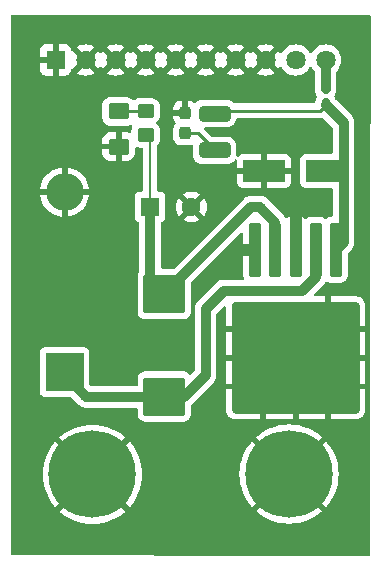
<source format=gbr>
%TF.GenerationSoftware,KiCad,Pcbnew,8.0.7*%
%TF.CreationDate,2025-03-15T22:57:34-07:00*%
%TF.ProjectId,Buck5,4275636b-352e-46b6-9963-61645f706362,rev?*%
%TF.SameCoordinates,Original*%
%TF.FileFunction,Copper,L1,Top*%
%TF.FilePolarity,Positive*%
%FSLAX46Y46*%
G04 Gerber Fmt 4.6, Leading zero omitted, Abs format (unit mm)*
G04 Created by KiCad (PCBNEW 8.0.7) date 2025-03-15 22:57:34*
%MOMM*%
%LPD*%
G01*
G04 APERTURE LIST*
G04 Aperture macros list*
%AMRoundRect*
0 Rectangle with rounded corners*
0 $1 Rounding radius*
0 $2 $3 $4 $5 $6 $7 $8 $9 X,Y pos of 4 corners*
0 Add a 4 corners polygon primitive as box body*
4,1,4,$2,$3,$4,$5,$6,$7,$8,$9,$2,$3,0*
0 Add four circle primitives for the rounded corners*
1,1,$1+$1,$2,$3*
1,1,$1+$1,$4,$5*
1,1,$1+$1,$6,$7*
1,1,$1+$1,$8,$9*
0 Add four rect primitives between the rounded corners*
20,1,$1+$1,$2,$3,$4,$5,0*
20,1,$1+$1,$4,$5,$6,$7,0*
20,1,$1+$1,$6,$7,$8,$9,0*
20,1,$1+$1,$8,$9,$2,$3,0*%
G04 Aperture macros list end*
%TA.AperFunction,ComponentPad*%
%ADD10R,1.600000X1.600000*%
%TD*%
%TA.AperFunction,ComponentPad*%
%ADD11C,1.600000*%
%TD*%
%TA.AperFunction,SMDPad,CuDef*%
%ADD12RoundRect,0.250000X-1.075000X0.400000X-1.075000X-0.400000X1.075000X-0.400000X1.075000X0.400000X0*%
%TD*%
%TA.AperFunction,SMDPad,CuDef*%
%ADD13RoundRect,0.237500X-0.237500X0.287500X-0.237500X-0.287500X0.237500X-0.287500X0.237500X0.287500X0*%
%TD*%
%TA.AperFunction,ComponentPad*%
%ADD14C,7.400000*%
%TD*%
%TA.AperFunction,SMDPad,CuDef*%
%ADD15RoundRect,0.200000X-1.550000X1.450000X-1.550000X-1.450000X1.550000X-1.450000X1.550000X1.450000X0*%
%TD*%
%TA.AperFunction,SMDPad,CuDef*%
%ADD16RoundRect,0.250001X0.624999X-0.462499X0.624999X0.462499X-0.624999X0.462499X-0.624999X-0.462499X0*%
%TD*%
%TA.AperFunction,SMDPad,CuDef*%
%ADD17RoundRect,0.250000X-0.300000X2.050000X-0.300000X-2.050000X0.300000X-2.050000X0.300000X2.050000X0*%
%TD*%
%TA.AperFunction,SMDPad,CuDef*%
%ADD18RoundRect,0.250000X-2.375000X2.025000X-2.375000X-2.025000X2.375000X-2.025000X2.375000X2.025000X0*%
%TD*%
%TA.AperFunction,SMDPad,CuDef*%
%ADD19RoundRect,0.250002X-5.149998X4.449998X-5.149998X-4.449998X5.149998X-4.449998X5.149998X4.449998X0*%
%TD*%
%TA.AperFunction,ComponentPad*%
%ADD20R,3.200000X3.200000*%
%TD*%
%TA.AperFunction,ComponentPad*%
%ADD21O,3.200000X3.200000*%
%TD*%
%TA.AperFunction,ComponentPad*%
%ADD22R,1.635000X1.635000*%
%TD*%
%TA.AperFunction,ComponentPad*%
%ADD23C,1.635000*%
%TD*%
%TA.AperFunction,SMDPad,CuDef*%
%ADD24RoundRect,0.160000X-0.160000X0.222500X-0.160000X-0.222500X0.160000X-0.222500X0.160000X0.222500X0*%
%TD*%
%TA.AperFunction,SMDPad,CuDef*%
%ADD25R,3.550000X1.850000*%
%TD*%
%TA.AperFunction,SMDPad,CuDef*%
%ADD26RoundRect,0.250000X0.450000X-0.350000X0.450000X0.350000X-0.450000X0.350000X-0.450000X-0.350000X0*%
%TD*%
%TA.AperFunction,Conductor*%
%ADD27C,0.850000*%
%TD*%
%TA.AperFunction,Conductor*%
%ADD28C,0.200000*%
%TD*%
%TA.AperFunction,Conductor*%
%ADD29C,0.250000*%
%TD*%
%TA.AperFunction,Conductor*%
%ADD30C,1.000000*%
%TD*%
G04 APERTURE END LIST*
D10*
%TO.P,C2,1*%
%TO.N,/+5V*%
X108329349Y-86106000D03*
D11*
%TO.P,C2,2*%
%TO.N,GND*%
X111829349Y-86106000D03*
%TD*%
D12*
%TO.P,R1,1*%
%TO.N,Net-(U1-VIN)*%
X113792000Y-78206000D03*
%TO.P,R1,2*%
%TO.N,Net-(D3-Pad2)*%
X113792000Y-81306000D03*
%TD*%
D13*
%TO.P,D3,1*%
%TO.N,GND*%
X111252000Y-78119000D03*
%TO.P,D3,2*%
%TO.N,Net-(D3-Pad2)*%
X111252000Y-79869000D03*
%TD*%
D14*
%TO.P,H1,1,1*%
%TO.N,GND*%
X103450000Y-108749900D03*
%TD*%
D15*
%TO.P,L1,1,1*%
%TO.N,Net-(D2-K)*%
X109542500Y-102174500D03*
%TO.P,L1,2,2*%
%TO.N,/+5V*%
X109542500Y-93474500D03*
%TD*%
D16*
%TO.P,D1,1*%
%TO.N,GND*%
X105664000Y-80989500D03*
%TO.P,D1,2*%
%TO.N,Net-(D1-Pad2)*%
X105664000Y-78014500D03*
%TD*%
D17*
%TO.P,U1,1,VIN*%
%TO.N,Net-(U1-VIN)*%
X124050000Y-89729000D03*
%TO.P,U1,2,OUT*%
%TO.N,Net-(D2-K)*%
X122350000Y-89729000D03*
%TO.P,U1,3,GND*%
%TO.N,GND*%
X120650000Y-89729000D03*
D18*
X123425000Y-96454000D03*
X117875000Y-96454000D03*
D19*
X120650000Y-98879000D03*
D18*
X123425000Y-101304000D03*
X117875000Y-101304000D03*
D17*
%TO.P,U1,4,FB*%
%TO.N,/+5V*%
X118950000Y-89729000D03*
%TO.P,U1,5,~{ON}/OFF*%
%TO.N,GND*%
X117250000Y-89729000D03*
%TD*%
D20*
%TO.P,D2,1,K*%
%TO.N,Net-(D2-K)*%
X101092000Y-100076000D03*
D21*
%TO.P,D2,2,A*%
%TO.N,GND*%
X101092000Y-84836000D03*
%TD*%
D14*
%TO.P,H2,1,1*%
%TO.N,GND*%
X120100000Y-108720000D03*
%TD*%
D22*
%TO.P,J1,1,Pin_1*%
%TO.N,GND*%
X100330000Y-73660000D03*
D23*
%TO.P,J1,2,Pin_2*%
X102870000Y-73660000D03*
%TO.P,J1,3,Pin_3*%
X105410000Y-73660000D03*
%TO.P,J1,4,Pin_4*%
X107950000Y-73660000D03*
%TO.P,J1,5,Pin_5*%
X110490000Y-73660000D03*
%TO.P,J1,6,Pin_6*%
X113030000Y-73660000D03*
%TO.P,J1,7,Pin_7*%
X115570000Y-73660000D03*
%TO.P,J1,8,Pin_8*%
X118110000Y-73660000D03*
%TO.P,J1,9,Pin_9*%
%TO.N,/+5V*%
X120650000Y-73660000D03*
%TO.P,J1,10,Pin_10*%
%TO.N,/+24V*%
X123190000Y-73660000D03*
%TD*%
D24*
%TO.P,F1,1*%
%TO.N,/+24V*%
X123190000Y-76135500D03*
%TO.P,F1,2*%
%TO.N,Net-(U1-VIN)*%
X123190000Y-77280500D03*
%TD*%
D25*
%TO.P,C1,1*%
%TO.N,Net-(U1-VIN)*%
X123300000Y-83058000D03*
%TO.P,C1,2*%
%TO.N,GND*%
X118000000Y-83058000D03*
%TD*%
D26*
%TO.P,R2,1*%
%TO.N,/+5V*%
X107950000Y-79978000D03*
%TO.P,R2,2*%
%TO.N,Net-(D1-Pad2)*%
X107950000Y-77978000D03*
%TD*%
D27*
%TO.N,/+24V*%
X123190000Y-73660000D02*
X123190000Y-76135500D01*
D28*
%TO.N,/+5V*%
X108329349Y-80357349D02*
X107950000Y-79978000D01*
D27*
X108329349Y-92327349D02*
X108329349Y-86106000D01*
X117627000Y-86106000D02*
X116911000Y-86106000D01*
D28*
X108329349Y-86106000D02*
X108329349Y-80357349D01*
D27*
X109476500Y-93474500D02*
X108329349Y-92327349D01*
X118950000Y-87429000D02*
X117627000Y-86106000D01*
D29*
X118950000Y-89729000D02*
X118950000Y-87429000D01*
D27*
X116911000Y-86106000D02*
X109542500Y-93474500D01*
D29*
X109542500Y-93474500D02*
X109476500Y-93474500D01*
%TO.N,Net-(D3-Pad2)*%
X113792000Y-81306000D02*
X112355000Y-79869000D01*
X112355000Y-79869000D02*
X111252000Y-79869000D01*
D27*
%TO.N,Net-(D2-K)*%
X113030000Y-94742000D02*
X114554000Y-93218000D01*
X121161000Y-93218000D02*
X122350000Y-92029000D01*
X111185500Y-102174500D02*
X113030000Y-100330000D01*
X102936500Y-102174500D02*
X101092000Y-100330000D01*
D29*
X109476000Y-102108000D02*
X109542500Y-102174500D01*
D27*
X122350000Y-92029000D02*
X122350000Y-89729000D01*
X114554000Y-93218000D02*
X121161000Y-93218000D01*
X109542500Y-102174500D02*
X111185500Y-102174500D01*
X113030000Y-100330000D02*
X113030000Y-94742000D01*
X111185500Y-102174500D02*
X102936500Y-102174500D01*
X101092000Y-100330000D02*
X101092000Y-100076000D01*
D29*
%TO.N,Net-(D1-Pad2)*%
X105664000Y-78014500D02*
X107913500Y-78014500D01*
D30*
%TO.N,GND*%
X120650000Y-89729000D02*
X120650000Y-86360000D01*
X117250000Y-89729000D02*
X115757000Y-89729000D01*
X115757000Y-89729000D02*
X115316000Y-90170000D01*
D29*
%TO.N,Net-(U1-VIN)*%
X123190000Y-77280500D02*
X123190000Y-77470000D01*
X123190000Y-77470000D02*
X122708000Y-77952000D01*
D27*
X124714000Y-89065000D02*
X124050000Y-89729000D01*
X124714000Y-78994000D02*
X124714000Y-82296000D01*
X123190000Y-77470000D02*
X124714000Y-78994000D01*
X124714000Y-82296000D02*
X124714000Y-89065000D01*
D29*
X122708000Y-77952000D02*
X113792000Y-77952000D01*
%TD*%
%TA.AperFunction,Conductor*%
%TO.N,GND*%
G36*
X126942985Y-69869685D02*
G01*
X126988740Y-69922489D01*
X126999945Y-69974053D01*
X126991923Y-88350905D01*
X126980058Y-115526054D01*
X126960344Y-115593085D01*
X126907520Y-115638817D01*
X126856058Y-115650000D01*
X120884000Y-115650000D01*
X96643797Y-115610235D01*
X96576790Y-115590440D01*
X96531121Y-115537561D01*
X96520000Y-115486235D01*
X96520000Y-108749900D01*
X99244935Y-108749900D01*
X99265185Y-109162076D01*
X99325735Y-109570273D01*
X99426007Y-109970576D01*
X99565019Y-110359089D01*
X99565027Y-110359109D01*
X99741466Y-110732157D01*
X99953614Y-111086106D01*
X100199441Y-111417564D01*
X100308478Y-111537867D01*
X101977060Y-109869284D01*
X102056112Y-109972307D01*
X102227593Y-110143788D01*
X102330613Y-110222838D01*
X100662031Y-111891420D01*
X100782335Y-112000458D01*
X101113793Y-112246285D01*
X101467742Y-112458433D01*
X101840790Y-112634872D01*
X101840810Y-112634880D01*
X102229323Y-112773892D01*
X102629626Y-112874164D01*
X103037823Y-112934714D01*
X103450000Y-112954964D01*
X103862176Y-112934714D01*
X104270373Y-112874164D01*
X104670676Y-112773892D01*
X105059189Y-112634880D01*
X105059209Y-112634872D01*
X105432257Y-112458433D01*
X105786206Y-112246285D01*
X106117670Y-112000454D01*
X106237967Y-111891421D01*
X106237967Y-111891419D01*
X104569385Y-110222838D01*
X104672407Y-110143788D01*
X104843888Y-109972307D01*
X104922938Y-109869286D01*
X106591519Y-111537867D01*
X106591521Y-111537867D01*
X106700554Y-111417570D01*
X106946385Y-111086106D01*
X107158533Y-110732157D01*
X107334972Y-110359109D01*
X107334980Y-110359089D01*
X107473992Y-109970576D01*
X107574264Y-109570273D01*
X107634814Y-109162076D01*
X107655064Y-108749900D01*
X107653595Y-108720000D01*
X115894935Y-108720000D01*
X115915185Y-109132176D01*
X115975735Y-109540373D01*
X116076007Y-109940676D01*
X116215019Y-110329189D01*
X116215027Y-110329209D01*
X116391466Y-110702257D01*
X116603614Y-111056206D01*
X116849441Y-111387664D01*
X116958478Y-111507967D01*
X118627060Y-109839384D01*
X118706112Y-109942407D01*
X118877593Y-110113888D01*
X118980613Y-110192938D01*
X117312031Y-111861520D01*
X117432335Y-111970558D01*
X117763793Y-112216385D01*
X118117742Y-112428533D01*
X118490790Y-112604972D01*
X118490810Y-112604980D01*
X118879323Y-112743992D01*
X119279626Y-112844264D01*
X119687823Y-112904814D01*
X120100000Y-112925064D01*
X120512176Y-112904814D01*
X120920373Y-112844264D01*
X121320676Y-112743992D01*
X121709189Y-112604980D01*
X121709209Y-112604972D01*
X122082257Y-112428533D01*
X122436206Y-112216385D01*
X122767670Y-111970554D01*
X122887967Y-111861521D01*
X122887967Y-111861519D01*
X121219385Y-110192938D01*
X121322407Y-110113888D01*
X121493888Y-109942407D01*
X121572938Y-109839386D01*
X123241519Y-111507967D01*
X123241521Y-111507967D01*
X123350554Y-111387670D01*
X123596385Y-111056206D01*
X123808533Y-110702257D01*
X123984972Y-110329209D01*
X123984980Y-110329189D01*
X124123992Y-109940676D01*
X124224264Y-109540373D01*
X124284814Y-109132176D01*
X124305064Y-108720000D01*
X124284814Y-108307823D01*
X124224264Y-107899626D01*
X124123992Y-107499323D01*
X123984980Y-107110810D01*
X123984972Y-107110790D01*
X123808533Y-106737742D01*
X123596385Y-106383793D01*
X123350558Y-106052335D01*
X123241520Y-105932031D01*
X121572938Y-107600613D01*
X121493888Y-107497593D01*
X121322407Y-107326112D01*
X121219384Y-107247060D01*
X122887967Y-105578478D01*
X122767664Y-105469441D01*
X122436206Y-105223614D01*
X122082257Y-105011466D01*
X121709209Y-104835027D01*
X121709189Y-104835019D01*
X121320676Y-104696007D01*
X120920373Y-104595735D01*
X120512176Y-104535185D01*
X120100000Y-104514935D01*
X119687823Y-104535185D01*
X119279626Y-104595735D01*
X118879323Y-104696007D01*
X118490810Y-104835019D01*
X118490790Y-104835027D01*
X118117742Y-105011466D01*
X117763793Y-105223614D01*
X117432329Y-105469445D01*
X117312031Y-105578477D01*
X117312031Y-105578478D01*
X118980614Y-107247061D01*
X118877593Y-107326112D01*
X118706112Y-107497593D01*
X118627061Y-107600614D01*
X116958478Y-105932031D01*
X116958477Y-105932031D01*
X116849445Y-106052329D01*
X116603614Y-106383793D01*
X116391466Y-106737742D01*
X116215027Y-107110790D01*
X116215019Y-107110810D01*
X116076007Y-107499323D01*
X115975735Y-107899626D01*
X115915185Y-108307823D01*
X115894935Y-108720000D01*
X107653595Y-108720000D01*
X107634814Y-108337723D01*
X107574264Y-107929526D01*
X107473992Y-107529223D01*
X107334980Y-107140710D01*
X107334972Y-107140690D01*
X107158533Y-106767642D01*
X106946385Y-106413693D01*
X106700558Y-106082235D01*
X106591520Y-105961931D01*
X104922938Y-107630513D01*
X104843888Y-107527493D01*
X104672407Y-107356012D01*
X104569384Y-107276960D01*
X106237967Y-105608378D01*
X106117664Y-105499341D01*
X105786206Y-105253514D01*
X105432257Y-105041366D01*
X105059209Y-104864927D01*
X105059189Y-104864919D01*
X104670676Y-104725907D01*
X104270373Y-104625635D01*
X103862176Y-104565085D01*
X103450000Y-104544835D01*
X103037823Y-104565085D01*
X102629626Y-104625635D01*
X102229323Y-104725907D01*
X101840810Y-104864919D01*
X101840790Y-104864927D01*
X101467742Y-105041366D01*
X101113793Y-105253514D01*
X100782329Y-105499345D01*
X100662031Y-105608377D01*
X100662031Y-105608378D01*
X102330614Y-107276961D01*
X102227593Y-107356012D01*
X102056112Y-107527493D01*
X101977061Y-107630514D01*
X100308478Y-105961931D01*
X100308477Y-105961931D01*
X100199445Y-106082229D01*
X99953614Y-106413693D01*
X99741466Y-106767642D01*
X99565027Y-107140690D01*
X99565019Y-107140710D01*
X99426007Y-107529223D01*
X99325735Y-107929526D01*
X99265185Y-108337723D01*
X99244935Y-108749900D01*
X96520000Y-108749900D01*
X96520000Y-98428135D01*
X98991500Y-98428135D01*
X98991500Y-101723870D01*
X98991501Y-101723876D01*
X98997908Y-101783483D01*
X99048202Y-101918328D01*
X99048206Y-101918335D01*
X99134452Y-102033544D01*
X99134455Y-102033547D01*
X99249664Y-102119793D01*
X99249671Y-102119797D01*
X99384517Y-102170091D01*
X99384516Y-102170091D01*
X99391444Y-102170835D01*
X99444127Y-102176500D01*
X101578282Y-102176499D01*
X101645321Y-102196184D01*
X101665963Y-102212818D01*
X102217617Y-102764472D01*
X102292681Y-102839536D01*
X102346529Y-102893384D01*
X102346532Y-102893386D01*
X102498108Y-102994666D01*
X102498112Y-102994668D01*
X102547442Y-103015101D01*
X102547443Y-103015101D01*
X102666542Y-103064434D01*
X102845341Y-103099999D01*
X102845345Y-103100000D01*
X102845346Y-103100000D01*
X107168000Y-103100000D01*
X107235039Y-103119685D01*
X107280794Y-103172489D01*
X107292000Y-103224000D01*
X107292000Y-103681113D01*
X107298413Y-103751692D01*
X107349022Y-103914106D01*
X107437030Y-104059688D01*
X107557311Y-104179969D01*
X107557313Y-104179970D01*
X107557315Y-104179972D01*
X107702894Y-104267978D01*
X107865304Y-104318586D01*
X107935884Y-104325000D01*
X107935887Y-104325000D01*
X111149113Y-104325000D01*
X111149116Y-104325000D01*
X111219696Y-104318586D01*
X111382106Y-104267978D01*
X111527685Y-104179972D01*
X111647972Y-104059685D01*
X111735978Y-103914106D01*
X111786586Y-103751696D01*
X111793000Y-103681116D01*
X111793000Y-103378986D01*
X114750001Y-103378986D01*
X114760494Y-103481697D01*
X114815641Y-103648119D01*
X114815643Y-103648124D01*
X114907684Y-103797345D01*
X115031654Y-103921315D01*
X115180875Y-104013356D01*
X115180880Y-104013358D01*
X115347302Y-104068505D01*
X115347310Y-104068506D01*
X115431954Y-104077154D01*
X115439263Y-104078999D01*
X115443695Y-104078999D01*
X115456310Y-104079642D01*
X115463462Y-104080373D01*
X115471420Y-104078999D01*
X117624999Y-104078999D01*
X118125000Y-104078999D01*
X120400000Y-104078999D01*
X120900000Y-104078999D01*
X123174999Y-104078999D01*
X123675000Y-104078999D01*
X125849972Y-104078999D01*
X125849986Y-104078998D01*
X125952697Y-104068505D01*
X126119119Y-104013358D01*
X126119124Y-104013356D01*
X126268345Y-103921315D01*
X126392315Y-103797345D01*
X126484356Y-103648124D01*
X126484358Y-103648119D01*
X126539505Y-103481697D01*
X126539506Y-103481690D01*
X126549999Y-103378986D01*
X126550000Y-103378973D01*
X126550000Y-101554000D01*
X123675000Y-101554000D01*
X123675000Y-104078999D01*
X123174999Y-104078999D01*
X123175000Y-104078998D01*
X123175000Y-101554000D01*
X120900000Y-101554000D01*
X120900000Y-104078999D01*
X120400000Y-104078999D01*
X120400000Y-101554000D01*
X118125000Y-101554000D01*
X118125000Y-104078999D01*
X117624999Y-104078999D01*
X117625000Y-104078998D01*
X117625000Y-101554000D01*
X114750001Y-101554000D01*
X114750001Y-103378986D01*
X111793000Y-103378986D01*
X111793000Y-102927217D01*
X111812685Y-102860178D01*
X111829319Y-102839536D01*
X113614855Y-101054000D01*
X114750000Y-101054000D01*
X117625000Y-101054000D01*
X118125000Y-101054000D01*
X120400000Y-101054000D01*
X120900000Y-101054000D01*
X123175000Y-101054000D01*
X123675000Y-101054000D01*
X126549999Y-101054000D01*
X126549999Y-99129000D01*
X123675000Y-99129000D01*
X123675000Y-101054000D01*
X123175000Y-101054000D01*
X123175000Y-99129000D01*
X120900000Y-99129000D01*
X120900000Y-101054000D01*
X120400000Y-101054000D01*
X120400000Y-99129000D01*
X118125000Y-99129000D01*
X118125000Y-101054000D01*
X117625000Y-101054000D01*
X117625000Y-99129000D01*
X114750000Y-99129000D01*
X114750000Y-101054000D01*
X113614855Y-101054000D01*
X113748880Y-100919975D01*
X113748883Y-100919972D01*
X113850167Y-100768389D01*
X113870601Y-100719056D01*
X113919934Y-100599958D01*
X113955500Y-100421154D01*
X113955500Y-100238846D01*
X113955500Y-98629000D01*
X114750000Y-98629000D01*
X117625000Y-98629000D01*
X118125000Y-98629000D01*
X123175000Y-98629000D01*
X123675000Y-98629000D01*
X126549999Y-98629000D01*
X126549999Y-98535113D01*
X126550000Y-98535092D01*
X126550000Y-96704000D01*
X123675000Y-96704000D01*
X123675000Y-98629000D01*
X123175000Y-98629000D01*
X123175000Y-96704000D01*
X118125000Y-96704000D01*
X118125000Y-98629000D01*
X117625000Y-98629000D01*
X117625000Y-96704000D01*
X114750000Y-96704000D01*
X114750000Y-98629000D01*
X113955500Y-98629000D01*
X113955500Y-95176716D01*
X113975185Y-95109677D01*
X113991814Y-95089040D01*
X114538321Y-94542533D01*
X114599642Y-94509050D01*
X114669334Y-94514034D01*
X114725267Y-94555906D01*
X114749684Y-94621370D01*
X114750000Y-94630216D01*
X114750000Y-96204000D01*
X123175000Y-96204000D01*
X123675000Y-96204000D01*
X126549999Y-96204000D01*
X126549999Y-94379028D01*
X126549998Y-94379013D01*
X126539505Y-94276302D01*
X126484358Y-94109880D01*
X126484356Y-94109875D01*
X126392315Y-93960654D01*
X126268345Y-93836684D01*
X126119124Y-93744643D01*
X126119119Y-93744641D01*
X125952697Y-93689494D01*
X125952690Y-93689493D01*
X125849986Y-93679000D01*
X123675000Y-93679000D01*
X123675000Y-96204000D01*
X123175000Y-96204000D01*
X123175000Y-93679000D01*
X122308217Y-93679000D01*
X122241178Y-93659315D01*
X122195423Y-93606511D01*
X122185479Y-93537353D01*
X122214504Y-93473797D01*
X122220536Y-93467319D01*
X123068881Y-92618974D01*
X123068883Y-92618972D01*
X123128666Y-92529500D01*
X123170167Y-92467389D01*
X123170171Y-92467377D01*
X123173037Y-92462018D01*
X123175076Y-92463108D01*
X123212439Y-92416711D01*
X123278726Y-92394624D01*
X123346431Y-92411879D01*
X123348207Y-92412953D01*
X123430666Y-92463814D01*
X123597203Y-92518999D01*
X123699991Y-92529500D01*
X124400008Y-92529499D01*
X124400016Y-92529498D01*
X124400019Y-92529498D01*
X124456302Y-92523748D01*
X124502797Y-92518999D01*
X124669334Y-92463814D01*
X124818656Y-92371712D01*
X124942712Y-92247656D01*
X125034814Y-92098334D01*
X125089999Y-91931797D01*
X125100500Y-91829009D01*
X125100499Y-90038716D01*
X125120184Y-89971678D01*
X125136813Y-89951040D01*
X125432883Y-89654972D01*
X125444326Y-89637846D01*
X125534167Y-89503389D01*
X125554601Y-89454056D01*
X125603934Y-89334958D01*
X125639500Y-89156154D01*
X125639500Y-88973846D01*
X125639500Y-82204846D01*
X125639500Y-78902846D01*
X125639500Y-78902843D01*
X125603934Y-78724047D01*
X125603933Y-78724046D01*
X125603933Y-78724042D01*
X125572160Y-78647334D01*
X125534168Y-78555612D01*
X125534166Y-78555608D01*
X125432886Y-78404032D01*
X125432884Y-78404029D01*
X125386649Y-78357794D01*
X125303972Y-78275117D01*
X124039950Y-77011095D01*
X124006465Y-76949772D01*
X124005398Y-76942825D01*
X124004451Y-76938062D01*
X123956734Y-76784935D01*
X123956733Y-76784931D01*
X123955927Y-76783598D01*
X123955634Y-76782491D01*
X123953655Y-76778092D01*
X123954386Y-76777762D01*
X123938089Y-76716048D01*
X123958939Y-76650556D01*
X124010167Y-76573889D01*
X124079933Y-76405458D01*
X124115500Y-76226654D01*
X124115500Y-74649797D01*
X124135185Y-74582758D01*
X124151820Y-74562115D01*
X124203503Y-74510432D01*
X124281347Y-74399260D01*
X124335782Y-74321518D01*
X124433246Y-74112505D01*
X124492935Y-73889743D01*
X124513035Y-73660000D01*
X124492935Y-73430257D01*
X124433246Y-73207495D01*
X124335782Y-72998483D01*
X124203504Y-72809569D01*
X124203502Y-72809566D01*
X124040432Y-72646496D01*
X123851522Y-72514220D01*
X123851518Y-72514218D01*
X123851516Y-72514217D01*
X123642505Y-72416754D01*
X123642501Y-72416753D01*
X123642497Y-72416751D01*
X123419748Y-72357066D01*
X123419744Y-72357065D01*
X123419743Y-72357065D01*
X123419742Y-72357064D01*
X123419737Y-72357064D01*
X123190002Y-72336965D01*
X123189998Y-72336965D01*
X122960262Y-72357064D01*
X122960251Y-72357066D01*
X122737502Y-72416751D01*
X122737495Y-72416753D01*
X122737495Y-72416754D01*
X122736485Y-72417225D01*
X122528484Y-72514217D01*
X122528482Y-72514218D01*
X122339566Y-72646497D01*
X122176497Y-72809566D01*
X122044218Y-72998482D01*
X122044214Y-72998489D01*
X122032381Y-73023866D01*
X121986208Y-73076305D01*
X121919015Y-73095456D01*
X121852134Y-73075239D01*
X121807619Y-73023866D01*
X121795785Y-72998489D01*
X121795781Y-72998482D01*
X121795780Y-72998481D01*
X121663504Y-72809569D01*
X121663502Y-72809566D01*
X121500432Y-72646496D01*
X121311522Y-72514220D01*
X121311518Y-72514218D01*
X121311516Y-72514217D01*
X121102505Y-72416754D01*
X121102501Y-72416753D01*
X121102497Y-72416751D01*
X120879748Y-72357066D01*
X120879744Y-72357065D01*
X120879743Y-72357065D01*
X120879742Y-72357064D01*
X120879737Y-72357064D01*
X120650002Y-72336965D01*
X120649998Y-72336965D01*
X120420262Y-72357064D01*
X120420251Y-72357066D01*
X120197502Y-72416751D01*
X120197495Y-72416753D01*
X120197495Y-72416754D01*
X120196485Y-72417225D01*
X119988484Y-72514217D01*
X119988482Y-72514218D01*
X119799566Y-72646497D01*
X119636497Y-72809566D01*
X119504219Y-72998481D01*
X119492106Y-73024458D01*
X119445933Y-73076897D01*
X119378739Y-73096048D01*
X119311858Y-73075832D01*
X119267342Y-73024457D01*
X119255350Y-72998740D01*
X119201589Y-72921961D01*
X118629704Y-73493847D01*
X118617859Y-73449638D01*
X118546109Y-73325362D01*
X118444638Y-73223891D01*
X118320362Y-73152141D01*
X118276151Y-73140294D01*
X118848037Y-72568408D01*
X118771264Y-72514651D01*
X118562334Y-72417226D01*
X118562325Y-72417222D01*
X118339660Y-72357560D01*
X118339649Y-72357558D01*
X118110002Y-72337467D01*
X118109998Y-72337467D01*
X117880350Y-72357558D01*
X117880339Y-72357560D01*
X117657674Y-72417222D01*
X117657665Y-72417225D01*
X117448731Y-72514654D01*
X117371961Y-72568407D01*
X117943848Y-73140294D01*
X117899638Y-73152141D01*
X117775362Y-73223891D01*
X117673891Y-73325362D01*
X117602141Y-73449638D01*
X117590294Y-73493848D01*
X117018407Y-72921961D01*
X116964655Y-72998729D01*
X116952382Y-73025050D01*
X116906209Y-73077489D01*
X116839015Y-73096640D01*
X116772134Y-73076424D01*
X116727618Y-73025048D01*
X116715351Y-72998742D01*
X116661589Y-72921961D01*
X116089704Y-73493847D01*
X116077859Y-73449638D01*
X116006109Y-73325362D01*
X115904638Y-73223891D01*
X115780362Y-73152141D01*
X115736151Y-73140294D01*
X116308037Y-72568408D01*
X116231264Y-72514651D01*
X116022334Y-72417226D01*
X116022325Y-72417222D01*
X115799660Y-72357560D01*
X115799649Y-72357558D01*
X115570002Y-72337467D01*
X115569998Y-72337467D01*
X115340350Y-72357558D01*
X115340339Y-72357560D01*
X115117674Y-72417222D01*
X115117665Y-72417225D01*
X114908731Y-72514654D01*
X114831961Y-72568407D01*
X115403848Y-73140294D01*
X115359638Y-73152141D01*
X115235362Y-73223891D01*
X115133891Y-73325362D01*
X115062141Y-73449638D01*
X115050294Y-73493848D01*
X114478407Y-72921961D01*
X114424655Y-72998729D01*
X114412382Y-73025050D01*
X114366209Y-73077489D01*
X114299015Y-73096640D01*
X114232134Y-73076424D01*
X114187618Y-73025048D01*
X114175351Y-72998742D01*
X114121589Y-72921961D01*
X113549704Y-73493847D01*
X113537859Y-73449638D01*
X113466109Y-73325362D01*
X113364638Y-73223891D01*
X113240362Y-73152141D01*
X113196151Y-73140294D01*
X113768037Y-72568408D01*
X113691264Y-72514651D01*
X113482334Y-72417226D01*
X113482325Y-72417222D01*
X113259660Y-72357560D01*
X113259649Y-72357558D01*
X113030002Y-72337467D01*
X113029998Y-72337467D01*
X112800350Y-72357558D01*
X112800339Y-72357560D01*
X112577674Y-72417222D01*
X112577665Y-72417225D01*
X112368731Y-72514654D01*
X112291961Y-72568407D01*
X112863848Y-73140294D01*
X112819638Y-73152141D01*
X112695362Y-73223891D01*
X112593891Y-73325362D01*
X112522141Y-73449638D01*
X112510294Y-73493848D01*
X111938407Y-72921961D01*
X111884655Y-72998729D01*
X111872382Y-73025050D01*
X111826209Y-73077489D01*
X111759015Y-73096640D01*
X111692134Y-73076424D01*
X111647618Y-73025048D01*
X111635351Y-72998742D01*
X111581589Y-72921961D01*
X111009704Y-73493847D01*
X110997859Y-73449638D01*
X110926109Y-73325362D01*
X110824638Y-73223891D01*
X110700362Y-73152141D01*
X110656151Y-73140294D01*
X111228037Y-72568408D01*
X111151264Y-72514651D01*
X110942334Y-72417226D01*
X110942325Y-72417222D01*
X110719660Y-72357560D01*
X110719649Y-72357558D01*
X110490002Y-72337467D01*
X110489998Y-72337467D01*
X110260350Y-72357558D01*
X110260339Y-72357560D01*
X110037674Y-72417222D01*
X110037665Y-72417225D01*
X109828731Y-72514654D01*
X109751961Y-72568407D01*
X110323848Y-73140294D01*
X110279638Y-73152141D01*
X110155362Y-73223891D01*
X110053891Y-73325362D01*
X109982141Y-73449638D01*
X109970294Y-73493848D01*
X109398407Y-72921961D01*
X109344655Y-72998729D01*
X109332382Y-73025050D01*
X109286209Y-73077489D01*
X109219015Y-73096640D01*
X109152134Y-73076424D01*
X109107618Y-73025048D01*
X109095351Y-72998742D01*
X109041589Y-72921961D01*
X108469704Y-73493847D01*
X108457859Y-73449638D01*
X108386109Y-73325362D01*
X108284638Y-73223891D01*
X108160362Y-73152141D01*
X108116151Y-73140294D01*
X108688037Y-72568408D01*
X108611264Y-72514651D01*
X108402334Y-72417226D01*
X108402325Y-72417222D01*
X108179660Y-72357560D01*
X108179649Y-72357558D01*
X107950002Y-72337467D01*
X107949998Y-72337467D01*
X107720350Y-72357558D01*
X107720339Y-72357560D01*
X107497674Y-72417222D01*
X107497665Y-72417225D01*
X107288731Y-72514654D01*
X107211961Y-72568407D01*
X107783848Y-73140294D01*
X107739638Y-73152141D01*
X107615362Y-73223891D01*
X107513891Y-73325362D01*
X107442141Y-73449638D01*
X107430294Y-73493848D01*
X106858407Y-72921961D01*
X106804655Y-72998729D01*
X106792382Y-73025050D01*
X106746209Y-73077489D01*
X106679015Y-73096640D01*
X106612134Y-73076424D01*
X106567618Y-73025048D01*
X106555351Y-72998742D01*
X106501589Y-72921961D01*
X105929704Y-73493847D01*
X105917859Y-73449638D01*
X105846109Y-73325362D01*
X105744638Y-73223891D01*
X105620362Y-73152141D01*
X105576151Y-73140294D01*
X106148037Y-72568408D01*
X106071264Y-72514651D01*
X105862334Y-72417226D01*
X105862325Y-72417222D01*
X105639660Y-72357560D01*
X105639649Y-72357558D01*
X105410002Y-72337467D01*
X105409998Y-72337467D01*
X105180350Y-72357558D01*
X105180339Y-72357560D01*
X104957674Y-72417222D01*
X104957665Y-72417225D01*
X104748731Y-72514654D01*
X104671961Y-72568407D01*
X105243848Y-73140294D01*
X105199638Y-73152141D01*
X105075362Y-73223891D01*
X104973891Y-73325362D01*
X104902141Y-73449638D01*
X104890294Y-73493848D01*
X104318407Y-72921961D01*
X104264655Y-72998729D01*
X104252382Y-73025050D01*
X104206209Y-73077489D01*
X104139015Y-73096640D01*
X104072134Y-73076424D01*
X104027618Y-73025048D01*
X104015351Y-72998742D01*
X103961589Y-72921961D01*
X103389704Y-73493847D01*
X103377859Y-73449638D01*
X103306109Y-73325362D01*
X103204638Y-73223891D01*
X103080362Y-73152141D01*
X103036151Y-73140294D01*
X103608037Y-72568408D01*
X103531264Y-72514651D01*
X103322334Y-72417226D01*
X103322325Y-72417222D01*
X103099660Y-72357560D01*
X103099649Y-72357558D01*
X102870002Y-72337467D01*
X102869998Y-72337467D01*
X102640350Y-72357558D01*
X102640339Y-72357560D01*
X102417674Y-72417222D01*
X102417665Y-72417225D01*
X102208731Y-72514654D01*
X102131961Y-72568407D01*
X102703848Y-73140294D01*
X102659638Y-73152141D01*
X102535362Y-73223891D01*
X102433891Y-73325362D01*
X102362141Y-73449638D01*
X102350294Y-73493848D01*
X101776999Y-72920553D01*
X101713807Y-72907853D01*
X101663624Y-72859237D01*
X101647500Y-72798092D01*
X101647500Y-72794672D01*
X101647499Y-72794655D01*
X101641098Y-72735127D01*
X101641096Y-72735120D01*
X101590854Y-72600413D01*
X101590850Y-72600406D01*
X101504690Y-72485312D01*
X101504687Y-72485309D01*
X101389593Y-72399149D01*
X101389586Y-72399145D01*
X101254879Y-72348903D01*
X101254872Y-72348901D01*
X101195344Y-72342500D01*
X100580000Y-72342500D01*
X100580000Y-73175025D01*
X100540362Y-73152141D01*
X100401751Y-73115000D01*
X100258249Y-73115000D01*
X100119638Y-73152141D01*
X100080000Y-73175025D01*
X100080000Y-72342500D01*
X99464655Y-72342500D01*
X99405127Y-72348901D01*
X99405120Y-72348903D01*
X99270413Y-72399145D01*
X99270406Y-72399149D01*
X99155312Y-72485309D01*
X99155309Y-72485312D01*
X99069149Y-72600406D01*
X99069145Y-72600413D01*
X99018903Y-72735120D01*
X99018901Y-72735127D01*
X99012500Y-72794655D01*
X99012500Y-73410000D01*
X99845026Y-73410000D01*
X99822141Y-73449638D01*
X99785000Y-73588249D01*
X99785000Y-73731751D01*
X99822141Y-73870362D01*
X99845026Y-73910000D01*
X99012500Y-73910000D01*
X99012500Y-74525344D01*
X99018901Y-74584872D01*
X99018903Y-74584879D01*
X99069145Y-74719586D01*
X99069149Y-74719593D01*
X99155309Y-74834687D01*
X99155312Y-74834690D01*
X99270406Y-74920850D01*
X99270413Y-74920854D01*
X99405120Y-74971096D01*
X99405127Y-74971098D01*
X99464655Y-74977499D01*
X99464672Y-74977500D01*
X100080000Y-74977500D01*
X100080000Y-74144974D01*
X100119638Y-74167859D01*
X100258249Y-74205000D01*
X100401751Y-74205000D01*
X100540362Y-74167859D01*
X100580000Y-74144974D01*
X100580000Y-74977500D01*
X101195328Y-74977500D01*
X101195344Y-74977499D01*
X101254872Y-74971098D01*
X101254879Y-74971096D01*
X101389586Y-74920854D01*
X101389593Y-74920850D01*
X101504687Y-74834690D01*
X101504690Y-74834687D01*
X101590850Y-74719593D01*
X101590854Y-74719586D01*
X101641096Y-74584879D01*
X101641098Y-74584872D01*
X101647499Y-74525344D01*
X101647500Y-74525327D01*
X101647500Y-74521906D01*
X101667185Y-74454867D01*
X101719989Y-74409112D01*
X101777185Y-74399260D01*
X102350294Y-73826151D01*
X102362141Y-73870362D01*
X102433891Y-73994638D01*
X102535362Y-74096109D01*
X102659638Y-74167859D01*
X102703848Y-74179705D01*
X102131961Y-74751590D01*
X102208735Y-74805348D01*
X102417665Y-74902773D01*
X102417674Y-74902777D01*
X102640339Y-74962439D01*
X102640350Y-74962441D01*
X102869998Y-74982533D01*
X102870002Y-74982533D01*
X103099649Y-74962441D01*
X103099660Y-74962439D01*
X103322325Y-74902777D01*
X103322334Y-74902773D01*
X103531266Y-74805347D01*
X103531270Y-74805345D01*
X103608037Y-74751591D01*
X103036151Y-74179705D01*
X103080362Y-74167859D01*
X103204638Y-74096109D01*
X103306109Y-73994638D01*
X103377859Y-73870362D01*
X103389705Y-73826151D01*
X103961591Y-74398037D01*
X104015345Y-74321270D01*
X104015349Y-74321262D01*
X104027618Y-74294953D01*
X104073790Y-74242513D01*
X104140984Y-74223361D01*
X104207865Y-74243577D01*
X104252382Y-74294953D01*
X104264650Y-74321262D01*
X104318408Y-74398037D01*
X104890294Y-73826151D01*
X104902141Y-73870362D01*
X104973891Y-73994638D01*
X105075362Y-74096109D01*
X105199638Y-74167859D01*
X105243848Y-74179705D01*
X104671961Y-74751590D01*
X104748735Y-74805348D01*
X104957665Y-74902773D01*
X104957674Y-74902777D01*
X105180339Y-74962439D01*
X105180350Y-74962441D01*
X105409998Y-74982533D01*
X105410002Y-74982533D01*
X105639649Y-74962441D01*
X105639660Y-74962439D01*
X105862325Y-74902777D01*
X105862334Y-74902773D01*
X106071266Y-74805347D01*
X106071270Y-74805345D01*
X106148037Y-74751591D01*
X105576151Y-74179705D01*
X105620362Y-74167859D01*
X105744638Y-74096109D01*
X105846109Y-73994638D01*
X105917859Y-73870362D01*
X105929705Y-73826151D01*
X106501591Y-74398037D01*
X106555345Y-74321270D01*
X106555349Y-74321262D01*
X106567618Y-74294953D01*
X106613790Y-74242513D01*
X106680984Y-74223361D01*
X106747865Y-74243577D01*
X106792382Y-74294953D01*
X106804650Y-74321262D01*
X106858408Y-74398037D01*
X107430294Y-73826151D01*
X107442141Y-73870362D01*
X107513891Y-73994638D01*
X107615362Y-74096109D01*
X107739638Y-74167859D01*
X107783848Y-74179705D01*
X107211961Y-74751590D01*
X107288735Y-74805348D01*
X107497665Y-74902773D01*
X107497674Y-74902777D01*
X107720339Y-74962439D01*
X107720350Y-74962441D01*
X107949998Y-74982533D01*
X107950002Y-74982533D01*
X108179649Y-74962441D01*
X108179660Y-74962439D01*
X108402325Y-74902777D01*
X108402334Y-74902773D01*
X108611266Y-74805347D01*
X108611270Y-74805345D01*
X108688037Y-74751591D01*
X108116151Y-74179705D01*
X108160362Y-74167859D01*
X108284638Y-74096109D01*
X108386109Y-73994638D01*
X108457859Y-73870362D01*
X108469705Y-73826151D01*
X109041591Y-74398037D01*
X109095345Y-74321270D01*
X109095349Y-74321262D01*
X109107618Y-74294953D01*
X109153790Y-74242513D01*
X109220984Y-74223361D01*
X109287865Y-74243577D01*
X109332382Y-74294953D01*
X109344650Y-74321262D01*
X109398408Y-74398037D01*
X109970294Y-73826151D01*
X109982141Y-73870362D01*
X110053891Y-73994638D01*
X110155362Y-74096109D01*
X110279638Y-74167859D01*
X110323848Y-74179705D01*
X109751961Y-74751590D01*
X109828735Y-74805348D01*
X110037665Y-74902773D01*
X110037674Y-74902777D01*
X110260339Y-74962439D01*
X110260350Y-74962441D01*
X110489998Y-74982533D01*
X110490002Y-74982533D01*
X110719649Y-74962441D01*
X110719660Y-74962439D01*
X110942325Y-74902777D01*
X110942334Y-74902773D01*
X111151266Y-74805347D01*
X111151270Y-74805345D01*
X111228037Y-74751591D01*
X110656151Y-74179705D01*
X110700362Y-74167859D01*
X110824638Y-74096109D01*
X110926109Y-73994638D01*
X110997859Y-73870362D01*
X111009705Y-73826151D01*
X111581591Y-74398037D01*
X111635345Y-74321270D01*
X111635349Y-74321262D01*
X111647618Y-74294953D01*
X111693790Y-74242513D01*
X111760984Y-74223361D01*
X111827865Y-74243577D01*
X111872382Y-74294953D01*
X111884650Y-74321262D01*
X111938408Y-74398037D01*
X112510294Y-73826151D01*
X112522141Y-73870362D01*
X112593891Y-73994638D01*
X112695362Y-74096109D01*
X112819638Y-74167859D01*
X112863848Y-74179705D01*
X112291961Y-74751590D01*
X112368735Y-74805348D01*
X112577665Y-74902773D01*
X112577674Y-74902777D01*
X112800339Y-74962439D01*
X112800350Y-74962441D01*
X113029998Y-74982533D01*
X113030002Y-74982533D01*
X113259649Y-74962441D01*
X113259660Y-74962439D01*
X113482325Y-74902777D01*
X113482334Y-74902773D01*
X113691266Y-74805347D01*
X113691270Y-74805345D01*
X113768037Y-74751591D01*
X113196151Y-74179705D01*
X113240362Y-74167859D01*
X113364638Y-74096109D01*
X113466109Y-73994638D01*
X113537859Y-73870362D01*
X113549705Y-73826151D01*
X114121591Y-74398037D01*
X114175345Y-74321270D01*
X114175349Y-74321262D01*
X114187618Y-74294953D01*
X114233790Y-74242513D01*
X114300984Y-74223361D01*
X114367865Y-74243577D01*
X114412382Y-74294953D01*
X114424650Y-74321262D01*
X114478408Y-74398037D01*
X115050294Y-73826151D01*
X115062141Y-73870362D01*
X115133891Y-73994638D01*
X115235362Y-74096109D01*
X115359638Y-74167859D01*
X115403848Y-74179705D01*
X114831961Y-74751590D01*
X114908735Y-74805348D01*
X115117665Y-74902773D01*
X115117674Y-74902777D01*
X115340339Y-74962439D01*
X115340350Y-74962441D01*
X115569998Y-74982533D01*
X115570002Y-74982533D01*
X115799649Y-74962441D01*
X115799660Y-74962439D01*
X116022325Y-74902777D01*
X116022334Y-74902773D01*
X116231266Y-74805347D01*
X116231270Y-74805345D01*
X116308037Y-74751591D01*
X115736151Y-74179705D01*
X115780362Y-74167859D01*
X115904638Y-74096109D01*
X116006109Y-73994638D01*
X116077859Y-73870362D01*
X116089705Y-73826151D01*
X116661591Y-74398037D01*
X116715345Y-74321270D01*
X116715349Y-74321262D01*
X116727618Y-74294953D01*
X116773790Y-74242513D01*
X116840984Y-74223361D01*
X116907865Y-74243577D01*
X116952382Y-74294953D01*
X116964650Y-74321262D01*
X117018408Y-74398037D01*
X117590294Y-73826151D01*
X117602141Y-73870362D01*
X117673891Y-73994638D01*
X117775362Y-74096109D01*
X117899638Y-74167859D01*
X117943848Y-74179705D01*
X117371961Y-74751590D01*
X117448735Y-74805348D01*
X117657665Y-74902773D01*
X117657674Y-74902777D01*
X117880339Y-74962439D01*
X117880350Y-74962441D01*
X118109998Y-74982533D01*
X118110002Y-74982533D01*
X118339649Y-74962441D01*
X118339660Y-74962439D01*
X118562325Y-74902777D01*
X118562334Y-74902773D01*
X118771266Y-74805347D01*
X118771270Y-74805345D01*
X118848037Y-74751591D01*
X118276151Y-74179705D01*
X118320362Y-74167859D01*
X118444638Y-74096109D01*
X118546109Y-73994638D01*
X118617859Y-73870362D01*
X118629705Y-73826151D01*
X119201591Y-74398037D01*
X119255345Y-74321270D01*
X119255346Y-74321267D01*
X119267341Y-74295545D01*
X119313513Y-74243105D01*
X119380706Y-74223952D01*
X119447588Y-74244167D01*
X119492105Y-74295542D01*
X119504099Y-74321262D01*
X119504218Y-74321518D01*
X119504220Y-74321522D01*
X119636496Y-74510432D01*
X119799567Y-74673503D01*
X119988477Y-74805779D01*
X119988479Y-74805780D01*
X119988482Y-74805782D01*
X120197495Y-74903246D01*
X120420257Y-74962935D01*
X120584359Y-74977292D01*
X120649998Y-74983035D01*
X120650000Y-74983035D01*
X120650002Y-74983035D01*
X120713276Y-74977499D01*
X120879743Y-74962935D01*
X121102505Y-74903246D01*
X121311518Y-74805782D01*
X121500431Y-74673504D01*
X121663504Y-74510431D01*
X121795782Y-74321518D01*
X121807618Y-74296134D01*
X121853789Y-74243696D01*
X121920982Y-74224543D01*
X121987864Y-74244758D01*
X122032381Y-74296134D01*
X122044218Y-74321518D01*
X122044219Y-74321519D01*
X122044220Y-74321522D01*
X122176496Y-74510432D01*
X122228180Y-74562115D01*
X122261666Y-74623438D01*
X122264500Y-74649797D01*
X122264500Y-76226654D01*
X122264500Y-76226656D01*
X122264499Y-76226656D01*
X122300065Y-76405452D01*
X122300067Y-76405458D01*
X122369831Y-76573885D01*
X122369836Y-76573894D01*
X122421059Y-76650554D01*
X122441937Y-76717232D01*
X122425643Y-76777776D01*
X122426345Y-76778092D01*
X122424387Y-76782441D01*
X122424080Y-76783584D01*
X122423270Y-76784924D01*
X122423265Y-76784933D01*
X122375548Y-76938065D01*
X122369500Y-77004621D01*
X122369500Y-77007749D01*
X122360061Y-77055201D01*
X122300068Y-77200037D01*
X122300067Y-77200041D01*
X122300067Y-77200042D01*
X122294765Y-77226692D01*
X122262382Y-77288601D01*
X122201667Y-77323176D01*
X122173149Y-77326500D01*
X115500230Y-77326500D01*
X115433191Y-77306815D01*
X115412549Y-77290181D01*
X115335657Y-77213289D01*
X115335656Y-77213288D01*
X115186334Y-77121186D01*
X115019797Y-77066001D01*
X115019795Y-77066000D01*
X114917010Y-77055500D01*
X112666998Y-77055500D01*
X112666981Y-77055501D01*
X112564203Y-77066000D01*
X112564200Y-77066001D01*
X112397668Y-77121185D01*
X112397663Y-77121187D01*
X112248345Y-77213287D01*
X112168988Y-77292644D01*
X112107664Y-77326128D01*
X112037973Y-77321144D01*
X111993626Y-77292643D01*
X111950038Y-77249055D01*
X111950034Y-77249052D01*
X111803311Y-77158551D01*
X111803300Y-77158546D01*
X111639652Y-77104319D01*
X111538654Y-77094000D01*
X111502000Y-77094000D01*
X111502000Y-77995000D01*
X111482315Y-78062039D01*
X111429511Y-78107794D01*
X111378000Y-78119000D01*
X111252000Y-78119000D01*
X111252000Y-78245000D01*
X111232315Y-78312039D01*
X111179511Y-78357794D01*
X111128000Y-78369000D01*
X110277001Y-78369000D01*
X110277001Y-78455654D01*
X110287319Y-78556652D01*
X110341546Y-78720300D01*
X110341551Y-78720311D01*
X110432052Y-78867034D01*
X110432055Y-78867038D01*
X110470982Y-78905965D01*
X110504467Y-78967288D01*
X110499483Y-79036980D01*
X110470983Y-79081326D01*
X110431661Y-79120648D01*
X110341093Y-79267481D01*
X110341091Y-79267486D01*
X110327445Y-79308668D01*
X110286826Y-79431247D01*
X110286826Y-79431248D01*
X110286825Y-79431248D01*
X110276500Y-79532315D01*
X110276500Y-80205669D01*
X110276501Y-80205687D01*
X110286825Y-80306752D01*
X110310438Y-80378009D01*
X110341092Y-80470516D01*
X110431660Y-80617350D01*
X110553650Y-80739340D01*
X110700484Y-80829908D01*
X110864247Y-80884174D01*
X110965323Y-80894500D01*
X111538676Y-80894499D01*
X111538684Y-80894498D01*
X111538687Y-80894498D01*
X111594030Y-80888844D01*
X111639753Y-80884174D01*
X111803498Y-80829913D01*
X111873324Y-80827512D01*
X111933366Y-80863243D01*
X111964559Y-80925764D01*
X111966500Y-80947620D01*
X111966500Y-81756001D01*
X111966501Y-81756019D01*
X111977000Y-81858791D01*
X111977001Y-81858799D01*
X112032185Y-82025331D01*
X112032187Y-82025336D01*
X112052796Y-82058749D01*
X112124288Y-82174656D01*
X112248344Y-82298712D01*
X112397666Y-82390814D01*
X112564203Y-82445999D01*
X112666991Y-82456500D01*
X114917008Y-82456499D01*
X115019797Y-82445999D01*
X115186334Y-82390814D01*
X115335656Y-82298712D01*
X115459712Y-82174656D01*
X115495461Y-82116696D01*
X115547409Y-82069972D01*
X115616371Y-82058749D01*
X115680453Y-82086592D01*
X115719310Y-82144661D01*
X115725000Y-82181793D01*
X115725000Y-82808000D01*
X117750000Y-82808000D01*
X118250000Y-82808000D01*
X120275000Y-82808000D01*
X120275000Y-82085172D01*
X120274999Y-82085155D01*
X120268598Y-82025627D01*
X120268596Y-82025620D01*
X120218354Y-81890913D01*
X120218350Y-81890906D01*
X120132190Y-81775812D01*
X120132187Y-81775809D01*
X120017093Y-81689649D01*
X120017086Y-81689645D01*
X119882379Y-81639403D01*
X119882372Y-81639401D01*
X119822844Y-81633000D01*
X118250000Y-81633000D01*
X118250000Y-82808000D01*
X117750000Y-82808000D01*
X117750000Y-81633000D01*
X116177155Y-81633000D01*
X116117627Y-81639401D01*
X116117620Y-81639403D01*
X115982913Y-81689645D01*
X115982906Y-81689649D01*
X115867813Y-81775809D01*
X115840764Y-81811940D01*
X115784829Y-81853809D01*
X115715137Y-81858791D01*
X115653815Y-81825304D01*
X115620332Y-81763980D01*
X115617499Y-81737635D01*
X115617499Y-80855992D01*
X115614834Y-80829908D01*
X115606999Y-80753203D01*
X115606998Y-80753200D01*
X115571916Y-80647331D01*
X115551814Y-80586666D01*
X115459712Y-80437344D01*
X115335656Y-80313288D01*
X115186334Y-80221186D01*
X115019797Y-80166001D01*
X115019795Y-80166000D01*
X114917016Y-80155500D01*
X114917009Y-80155500D01*
X113577452Y-80155500D01*
X113510413Y-80135815D01*
X113489771Y-80119181D01*
X112938770Y-79568180D01*
X112905285Y-79506857D01*
X112910269Y-79437165D01*
X112952141Y-79381232D01*
X113017605Y-79356815D01*
X113026451Y-79356499D01*
X114917002Y-79356499D01*
X114917008Y-79356499D01*
X115019797Y-79345999D01*
X115186334Y-79290814D01*
X115335656Y-79198712D01*
X115459712Y-79074656D01*
X115551814Y-78925334D01*
X115606999Y-78758797D01*
X115614140Y-78688897D01*
X115640536Y-78624206D01*
X115697717Y-78584054D01*
X115737498Y-78577500D01*
X122769607Y-78577500D01*
X122830029Y-78565481D01*
X122887299Y-78554090D01*
X122956891Y-78560317D01*
X122999171Y-78588026D01*
X123752181Y-79341036D01*
X123785666Y-79402359D01*
X123788500Y-79428717D01*
X123788500Y-81508500D01*
X123768815Y-81575539D01*
X123716011Y-81621294D01*
X123664500Y-81632500D01*
X121477129Y-81632500D01*
X121477123Y-81632501D01*
X121417516Y-81638908D01*
X121282671Y-81689202D01*
X121282664Y-81689206D01*
X121167455Y-81775452D01*
X121167452Y-81775455D01*
X121081206Y-81890664D01*
X121081202Y-81890671D01*
X121030908Y-82025517D01*
X121024501Y-82085116D01*
X121024500Y-82085135D01*
X121024500Y-84030870D01*
X121024501Y-84030876D01*
X121030908Y-84090483D01*
X121081202Y-84225328D01*
X121081206Y-84225335D01*
X121167452Y-84340544D01*
X121167455Y-84340547D01*
X121282664Y-84426793D01*
X121282671Y-84426797D01*
X121417517Y-84477091D01*
X121417516Y-84477091D01*
X121424444Y-84477835D01*
X121477127Y-84483500D01*
X123664500Y-84483499D01*
X123731539Y-84503184D01*
X123777294Y-84555987D01*
X123788500Y-84607499D01*
X123788500Y-86807481D01*
X123768815Y-86874520D01*
X123716011Y-86920275D01*
X123677102Y-86930839D01*
X123597202Y-86939001D01*
X123597200Y-86939001D01*
X123430668Y-86994185D01*
X123430663Y-86994187D01*
X123281342Y-87086289D01*
X123276909Y-87089795D01*
X123212113Y-87115934D01*
X123143471Y-87102892D01*
X123123091Y-87089795D01*
X123118657Y-87086289D01*
X123118656Y-87086288D01*
X122970946Y-86995180D01*
X122969336Y-86994187D01*
X122969331Y-86994185D01*
X122958527Y-86990605D01*
X122802797Y-86939001D01*
X122802795Y-86939000D01*
X122700010Y-86928500D01*
X121999998Y-86928500D01*
X121999980Y-86928501D01*
X121897203Y-86939000D01*
X121897200Y-86939001D01*
X121730668Y-86994185D01*
X121730663Y-86994187D01*
X121651559Y-87042979D01*
X121581344Y-87086288D01*
X121581343Y-87086288D01*
X121581330Y-87086297D01*
X121576487Y-87090126D01*
X121511687Y-87116256D01*
X121443047Y-87103204D01*
X121422683Y-87090114D01*
X121418346Y-87086684D01*
X121269124Y-86994643D01*
X121269119Y-86994641D01*
X121102697Y-86939494D01*
X121102690Y-86939493D01*
X120999986Y-86929000D01*
X120900000Y-86929000D01*
X120900000Y-89605000D01*
X120880315Y-89672039D01*
X120827511Y-89717794D01*
X120776000Y-89729000D01*
X120524000Y-89729000D01*
X120456961Y-89709315D01*
X120411206Y-89656511D01*
X120400000Y-89605000D01*
X120400000Y-86928999D01*
X120300028Y-86929000D01*
X120300012Y-86929001D01*
X120197302Y-86939494D01*
X120030880Y-86994641D01*
X120030871Y-86994645D01*
X119948484Y-87045462D01*
X119881091Y-87063902D01*
X119814428Y-87042979D01*
X119774536Y-86995180D01*
X119773037Y-86995982D01*
X119770163Y-86990605D01*
X119668883Y-86839028D01*
X119668880Y-86839025D01*
X118216975Y-85387119D01*
X118216967Y-85387113D01*
X118065391Y-85285833D01*
X118065387Y-85285831D01*
X117896962Y-85216068D01*
X117896952Y-85216065D01*
X117718156Y-85180500D01*
X117718154Y-85180500D01*
X117008288Y-85180500D01*
X117008268Y-85180499D01*
X117002154Y-85180499D01*
X116819846Y-85180499D01*
X116819844Y-85180499D01*
X116641047Y-85216064D01*
X116641041Y-85216066D01*
X116539497Y-85258128D01*
X116539496Y-85258128D01*
X116472612Y-85285831D01*
X116472608Y-85285833D01*
X116321032Y-85387113D01*
X116321029Y-85387115D01*
X116256573Y-85451571D01*
X116192117Y-85516028D01*
X110420464Y-91287681D01*
X110359141Y-91321166D01*
X110332783Y-91324000D01*
X109378849Y-91324000D01*
X109311810Y-91304315D01*
X109266055Y-91251511D01*
X109254849Y-91200000D01*
X109254849Y-87479466D01*
X109274534Y-87412427D01*
X109327338Y-87366672D01*
X109335505Y-87363288D01*
X109371680Y-87349796D01*
X109486895Y-87263546D01*
X109573145Y-87148331D01*
X109623440Y-87013483D01*
X109629849Y-86953873D01*
X109629848Y-86105997D01*
X110524383Y-86105997D01*
X110524383Y-86106002D01*
X110544207Y-86332599D01*
X110544209Y-86332610D01*
X110603079Y-86552317D01*
X110603084Y-86552331D01*
X110699212Y-86758478D01*
X110750323Y-86831472D01*
X111429349Y-86152446D01*
X111429349Y-86158661D01*
X111456608Y-86260394D01*
X111509269Y-86351606D01*
X111583743Y-86426080D01*
X111674955Y-86478741D01*
X111776688Y-86506000D01*
X111782902Y-86506000D01*
X111103875Y-87185025D01*
X111176862Y-87236132D01*
X111176870Y-87236136D01*
X111383017Y-87332264D01*
X111383031Y-87332269D01*
X111602738Y-87391139D01*
X111602749Y-87391141D01*
X111829347Y-87410966D01*
X111829351Y-87410966D01*
X112055948Y-87391141D01*
X112055959Y-87391139D01*
X112275666Y-87332269D01*
X112275680Y-87332264D01*
X112481827Y-87236136D01*
X112554820Y-87185024D01*
X111875796Y-86506000D01*
X111882010Y-86506000D01*
X111983743Y-86478741D01*
X112074955Y-86426080D01*
X112149429Y-86351606D01*
X112202090Y-86260394D01*
X112229349Y-86158661D01*
X112229349Y-86152447D01*
X112908373Y-86831471D01*
X112959485Y-86758478D01*
X113055613Y-86552331D01*
X113055618Y-86552317D01*
X113114488Y-86332610D01*
X113114490Y-86332599D01*
X113134315Y-86106002D01*
X113134315Y-86105997D01*
X113114490Y-85879400D01*
X113114488Y-85879389D01*
X113055618Y-85659682D01*
X113055613Y-85659668D01*
X112959485Y-85453521D01*
X112959481Y-85453513D01*
X112908374Y-85380526D01*
X112229349Y-86059551D01*
X112229349Y-86053339D01*
X112202090Y-85951606D01*
X112149429Y-85860394D01*
X112074955Y-85785920D01*
X111983743Y-85733259D01*
X111882010Y-85706000D01*
X111875794Y-85706000D01*
X112554821Y-85026974D01*
X112481827Y-84975863D01*
X112275680Y-84879735D01*
X112275666Y-84879730D01*
X112055959Y-84820860D01*
X112055948Y-84820858D01*
X111829351Y-84801034D01*
X111829347Y-84801034D01*
X111602749Y-84820858D01*
X111602738Y-84820860D01*
X111383031Y-84879730D01*
X111383022Y-84879734D01*
X111176865Y-84975866D01*
X111176861Y-84975868D01*
X111103875Y-85026973D01*
X111103875Y-85026974D01*
X111782902Y-85706000D01*
X111776688Y-85706000D01*
X111674955Y-85733259D01*
X111583743Y-85785920D01*
X111509269Y-85860394D01*
X111456608Y-85951606D01*
X111429349Y-86053339D01*
X111429349Y-86059552D01*
X110750323Y-85380526D01*
X110750322Y-85380526D01*
X110699217Y-85453512D01*
X110699215Y-85453516D01*
X110603083Y-85659673D01*
X110603079Y-85659682D01*
X110544209Y-85879389D01*
X110544207Y-85879400D01*
X110524383Y-86105997D01*
X109629848Y-86105997D01*
X109629848Y-85258128D01*
X109623440Y-85198517D01*
X109575264Y-85069351D01*
X109573146Y-85063671D01*
X109573142Y-85063664D01*
X109486896Y-84948455D01*
X109486893Y-84948452D01*
X109371684Y-84862206D01*
X109371677Y-84862202D01*
X109236831Y-84811908D01*
X109236832Y-84811908D01*
X109177232Y-84805501D01*
X109177230Y-84805500D01*
X109177222Y-84805500D01*
X109177214Y-84805500D01*
X109053849Y-84805500D01*
X108986810Y-84785815D01*
X108941055Y-84733011D01*
X108929849Y-84681500D01*
X108929849Y-84030844D01*
X115725000Y-84030844D01*
X115731401Y-84090372D01*
X115731403Y-84090379D01*
X115781645Y-84225086D01*
X115781649Y-84225093D01*
X115867809Y-84340187D01*
X115867812Y-84340190D01*
X115982906Y-84426350D01*
X115982913Y-84426354D01*
X116117620Y-84476596D01*
X116117627Y-84476598D01*
X116177155Y-84482999D01*
X116177172Y-84483000D01*
X117750000Y-84483000D01*
X118250000Y-84483000D01*
X119822828Y-84483000D01*
X119822844Y-84482999D01*
X119882372Y-84476598D01*
X119882379Y-84476596D01*
X120017086Y-84426354D01*
X120017093Y-84426350D01*
X120132187Y-84340190D01*
X120132190Y-84340187D01*
X120218350Y-84225093D01*
X120218354Y-84225086D01*
X120268596Y-84090379D01*
X120268598Y-84090372D01*
X120274999Y-84030844D01*
X120275000Y-84030827D01*
X120275000Y-83308000D01*
X118250000Y-83308000D01*
X118250000Y-84483000D01*
X117750000Y-84483000D01*
X117750000Y-83308000D01*
X115725000Y-83308000D01*
X115725000Y-84030844D01*
X108929849Y-84030844D01*
X108929849Y-80910881D01*
X108949534Y-80843842D01*
X108966168Y-80823200D01*
X108992712Y-80796656D01*
X109084814Y-80647334D01*
X109139999Y-80480797D01*
X109150500Y-80378009D01*
X109150499Y-79577992D01*
X109143232Y-79506857D01*
X109139999Y-79475203D01*
X109139998Y-79475200D01*
X109100664Y-79356498D01*
X109084814Y-79308666D01*
X108992712Y-79159344D01*
X108899049Y-79065681D01*
X108865564Y-79004358D01*
X108870548Y-78934666D01*
X108899049Y-78890319D01*
X108945868Y-78843500D01*
X108992712Y-78796656D01*
X109084814Y-78647334D01*
X109139999Y-78480797D01*
X109150500Y-78378009D01*
X109150499Y-77782345D01*
X110277000Y-77782345D01*
X110277000Y-77869000D01*
X111002000Y-77869000D01*
X111002000Y-77094000D01*
X110965361Y-77094000D01*
X110965343Y-77094001D01*
X110864347Y-77104319D01*
X110700699Y-77158546D01*
X110700688Y-77158551D01*
X110553965Y-77249052D01*
X110553961Y-77249055D01*
X110432055Y-77370961D01*
X110432052Y-77370965D01*
X110341551Y-77517688D01*
X110341546Y-77517699D01*
X110287319Y-77681347D01*
X110277000Y-77782345D01*
X109150499Y-77782345D01*
X109150499Y-77577992D01*
X109139999Y-77475203D01*
X109084814Y-77308666D01*
X108992712Y-77159344D01*
X108868656Y-77035288D01*
X108745441Y-76959289D01*
X108719336Y-76943187D01*
X108719331Y-76943185D01*
X108703871Y-76938062D01*
X108552797Y-76888001D01*
X108552795Y-76888000D01*
X108450010Y-76877500D01*
X107449998Y-76877500D01*
X107449980Y-76877501D01*
X107347203Y-76888000D01*
X107347200Y-76888001D01*
X107180668Y-76943185D01*
X107180663Y-76943187D01*
X107031342Y-77035289D01*
X107020178Y-77046454D01*
X106958853Y-77079937D01*
X106889162Y-77074950D01*
X106844818Y-77046452D01*
X106802985Y-77004619D01*
X106757655Y-76959289D01*
X106757652Y-76959287D01*
X106757651Y-76959286D01*
X106608337Y-76867187D01*
X106608335Y-76867186D01*
X106525065Y-76839593D01*
X106441797Y-76812001D01*
X106441795Y-76812000D01*
X106339015Y-76801500D01*
X106339008Y-76801500D01*
X104988992Y-76801500D01*
X104988984Y-76801500D01*
X104886204Y-76812000D01*
X104886203Y-76812001D01*
X104719664Y-76867186D01*
X104719662Y-76867187D01*
X104570348Y-76959286D01*
X104570344Y-76959289D01*
X104446289Y-77083344D01*
X104446286Y-77083348D01*
X104354187Y-77232662D01*
X104354186Y-77232664D01*
X104299001Y-77399203D01*
X104299000Y-77399204D01*
X104288500Y-77501984D01*
X104288500Y-78527015D01*
X104299000Y-78629795D01*
X104299001Y-78629797D01*
X104307687Y-78656009D01*
X104354186Y-78796335D01*
X104354187Y-78796337D01*
X104446286Y-78945651D01*
X104446289Y-78945655D01*
X104570344Y-79069710D01*
X104570348Y-79069713D01*
X104719662Y-79161812D01*
X104719664Y-79161813D01*
X104719666Y-79161814D01*
X104886203Y-79216999D01*
X104988992Y-79227500D01*
X104988997Y-79227500D01*
X106339003Y-79227500D01*
X106339008Y-79227500D01*
X106441797Y-79216999D01*
X106608334Y-79161814D01*
X106643112Y-79140362D01*
X106710502Y-79121921D01*
X106777166Y-79142842D01*
X106821937Y-79196483D01*
X106830600Y-79265814D01*
X106817236Y-79301650D01*
X106818240Y-79302118D01*
X106815185Y-79308668D01*
X106802815Y-79345998D01*
X106760001Y-79475203D01*
X106760001Y-79475204D01*
X106760000Y-79475204D01*
X106749500Y-79577983D01*
X106749500Y-79717770D01*
X106729815Y-79784809D01*
X106677011Y-79830564D01*
X106607853Y-79840508D01*
X106586497Y-79835476D01*
X106441699Y-79787495D01*
X106441689Y-79787493D01*
X106338985Y-79777000D01*
X105914000Y-79777000D01*
X105914000Y-82202000D01*
X106338973Y-82202000D01*
X106338985Y-82201999D01*
X106441689Y-82191506D01*
X106441696Y-82191505D01*
X106608118Y-82136358D01*
X106608123Y-82136356D01*
X106757344Y-82044315D01*
X106881315Y-81920344D01*
X106973356Y-81771123D01*
X106973358Y-81771118D01*
X107028505Y-81604696D01*
X107028506Y-81604689D01*
X107038999Y-81501985D01*
X107039000Y-81501972D01*
X107039000Y-81137590D01*
X107058685Y-81070551D01*
X107111489Y-81024796D01*
X107180647Y-81014852D01*
X107201996Y-81019882D01*
X107347203Y-81067999D01*
X107449991Y-81078500D01*
X107604849Y-81078499D01*
X107671888Y-81098183D01*
X107717643Y-81150987D01*
X107728849Y-81202499D01*
X107728849Y-84681500D01*
X107709164Y-84748539D01*
X107656360Y-84794294D01*
X107604850Y-84805500D01*
X107481479Y-84805500D01*
X107481472Y-84805501D01*
X107421865Y-84811908D01*
X107287020Y-84862202D01*
X107287013Y-84862206D01*
X107171804Y-84948452D01*
X107171801Y-84948455D01*
X107085555Y-85063664D01*
X107085551Y-85063671D01*
X107035257Y-85198517D01*
X107028850Y-85258116D01*
X107028849Y-85258128D01*
X107028849Y-86953870D01*
X107028850Y-86953876D01*
X107035257Y-87013483D01*
X107085551Y-87148328D01*
X107085555Y-87148335D01*
X107171801Y-87263544D01*
X107171804Y-87263547D01*
X107287013Y-87349793D01*
X107287018Y-87349796D01*
X107323181Y-87363284D01*
X107379115Y-87405154D01*
X107403533Y-87470618D01*
X107403849Y-87479466D01*
X107403849Y-91609631D01*
X107385966Y-91673780D01*
X107349023Y-91734891D01*
X107298413Y-91897307D01*
X107292000Y-91967886D01*
X107292000Y-94981113D01*
X107298413Y-95051692D01*
X107349022Y-95214106D01*
X107437030Y-95359688D01*
X107557311Y-95479969D01*
X107557313Y-95479970D01*
X107557315Y-95479972D01*
X107702894Y-95567978D01*
X107865304Y-95618586D01*
X107935884Y-95625000D01*
X107935887Y-95625000D01*
X111149113Y-95625000D01*
X111149116Y-95625000D01*
X111219696Y-95618586D01*
X111382106Y-95567978D01*
X111527685Y-95479972D01*
X111647972Y-95359685D01*
X111735978Y-95214106D01*
X111786586Y-95051696D01*
X111793000Y-94981116D01*
X111793000Y-92584215D01*
X111812685Y-92517176D01*
X111829314Y-92496539D01*
X115988319Y-88337533D01*
X116049642Y-88304049D01*
X116119334Y-88309033D01*
X116175267Y-88350905D01*
X116199684Y-88416369D01*
X116200000Y-88425215D01*
X116200000Y-89479000D01*
X117126000Y-89479000D01*
X117193039Y-89498685D01*
X117238794Y-89551489D01*
X117250000Y-89603000D01*
X117250000Y-89855000D01*
X117230315Y-89922039D01*
X117177511Y-89967794D01*
X117126000Y-89979000D01*
X116200001Y-89979000D01*
X116200001Y-91828986D01*
X116210494Y-91931697D01*
X116265641Y-92098119D01*
X116265644Y-92098126D01*
X116268899Y-92103402D01*
X116287340Y-92170794D01*
X116266418Y-92237458D01*
X116212777Y-92282228D01*
X116163361Y-92292500D01*
X114462844Y-92292500D01*
X114284047Y-92328065D01*
X114284037Y-92328068D01*
X114115617Y-92397829D01*
X114115604Y-92397836D01*
X114011514Y-92467388D01*
X113964025Y-92499118D01*
X113964022Y-92499121D01*
X112803830Y-93659315D01*
X112440028Y-94023117D01*
X112375571Y-94087573D01*
X112311115Y-94152029D01*
X112311113Y-94152032D01*
X112209833Y-94303608D01*
X112209831Y-94303612D01*
X112140068Y-94472037D01*
X112140065Y-94472047D01*
X112104500Y-94650843D01*
X112104500Y-99895282D01*
X112084815Y-99962321D01*
X112068181Y-99982963D01*
X111792582Y-100258562D01*
X111731259Y-100292047D01*
X111661567Y-100287063D01*
X111617220Y-100258562D01*
X111527688Y-100169030D01*
X111382106Y-100081022D01*
X111219696Y-100030414D01*
X111219694Y-100030413D01*
X111219692Y-100030413D01*
X111170278Y-100025923D01*
X111149116Y-100024000D01*
X107935884Y-100024000D01*
X107916645Y-100025748D01*
X107865307Y-100030413D01*
X107702893Y-100081022D01*
X107557311Y-100169030D01*
X107437030Y-100289311D01*
X107349022Y-100434893D01*
X107298413Y-100597307D01*
X107292000Y-100667886D01*
X107292000Y-101125000D01*
X107272315Y-101192039D01*
X107219511Y-101237794D01*
X107168000Y-101249000D01*
X103371217Y-101249000D01*
X103304178Y-101229315D01*
X103283536Y-101212681D01*
X103228818Y-101157963D01*
X103195333Y-101096640D01*
X103192499Y-101070282D01*
X103192499Y-98428129D01*
X103192498Y-98428123D01*
X103192497Y-98428116D01*
X103186091Y-98368517D01*
X103135796Y-98233669D01*
X103135795Y-98233668D01*
X103135793Y-98233664D01*
X103049547Y-98118455D01*
X103049544Y-98118452D01*
X102934335Y-98032206D01*
X102934328Y-98032202D01*
X102799482Y-97981908D01*
X102799483Y-97981908D01*
X102739883Y-97975501D01*
X102739881Y-97975500D01*
X102739873Y-97975500D01*
X102739864Y-97975500D01*
X99444129Y-97975500D01*
X99444123Y-97975501D01*
X99384516Y-97981908D01*
X99249671Y-98032202D01*
X99249664Y-98032206D01*
X99134455Y-98118452D01*
X99134452Y-98118455D01*
X99048206Y-98233664D01*
X99048202Y-98233671D01*
X98997908Y-98368517D01*
X98991501Y-98428116D01*
X98991501Y-98428123D01*
X98991500Y-98428135D01*
X96520000Y-98428135D01*
X96520000Y-84585999D01*
X99004192Y-84585999D01*
X99004193Y-84586000D01*
X100329639Y-84586000D01*
X100322743Y-84602649D01*
X100292000Y-84757207D01*
X100292000Y-84914793D01*
X100322743Y-85069351D01*
X100329639Y-85086000D01*
X99004193Y-85086000D01*
X99006697Y-85122619D01*
X99065146Y-85403888D01*
X99065150Y-85403902D01*
X99161355Y-85674595D01*
X99293527Y-85929676D01*
X99459204Y-86164385D01*
X99459204Y-86164386D01*
X99655288Y-86374341D01*
X99878135Y-86555641D01*
X99878146Y-86555648D01*
X100123607Y-86704917D01*
X100387108Y-86819371D01*
X100663737Y-86896879D01*
X100663746Y-86896881D01*
X100841999Y-86921380D01*
X100842000Y-86921380D01*
X100842000Y-85598360D01*
X100858649Y-85605257D01*
X101013207Y-85636000D01*
X101170793Y-85636000D01*
X101325351Y-85605257D01*
X101342000Y-85598360D01*
X101342000Y-86921380D01*
X101520253Y-86896881D01*
X101520262Y-86896879D01*
X101796891Y-86819371D01*
X102060392Y-86704917D01*
X102305853Y-86555648D01*
X102305864Y-86555641D01*
X102528711Y-86374341D01*
X102724795Y-86164386D01*
X102724795Y-86164385D01*
X102890472Y-85929676D01*
X103022644Y-85674595D01*
X103118849Y-85403902D01*
X103118853Y-85403888D01*
X103177302Y-85122619D01*
X103179807Y-85086000D01*
X101854361Y-85086000D01*
X101861257Y-85069351D01*
X101892000Y-84914793D01*
X101892000Y-84757207D01*
X101861257Y-84602649D01*
X101854361Y-84586000D01*
X103179807Y-84586000D01*
X103179807Y-84585999D01*
X103177302Y-84549380D01*
X103118853Y-84268111D01*
X103118849Y-84268097D01*
X103022644Y-83997404D01*
X102890472Y-83742323D01*
X102724795Y-83507614D01*
X102724795Y-83507613D01*
X102528711Y-83297658D01*
X102305864Y-83116358D01*
X102305853Y-83116351D01*
X102060392Y-82967082D01*
X101796891Y-82852628D01*
X101520262Y-82775120D01*
X101520255Y-82775119D01*
X101342000Y-82750618D01*
X101342000Y-84073639D01*
X101325351Y-84066743D01*
X101170793Y-84036000D01*
X101013207Y-84036000D01*
X100858649Y-84066743D01*
X100842000Y-84073639D01*
X100842000Y-82750618D01*
X100663744Y-82775119D01*
X100663737Y-82775120D01*
X100387108Y-82852628D01*
X100123607Y-82967082D01*
X99878146Y-83116351D01*
X99878135Y-83116358D01*
X99655288Y-83297658D01*
X99459204Y-83507613D01*
X99459204Y-83507614D01*
X99293527Y-83742323D01*
X99161355Y-83997404D01*
X99065150Y-84268097D01*
X99065146Y-84268111D01*
X99006697Y-84549380D01*
X99004192Y-84585999D01*
X96520000Y-84585999D01*
X96520000Y-81501985D01*
X104289000Y-81501985D01*
X104299493Y-81604689D01*
X104299494Y-81604696D01*
X104354641Y-81771118D01*
X104354643Y-81771123D01*
X104446684Y-81920344D01*
X104570655Y-82044315D01*
X104719876Y-82136356D01*
X104719881Y-82136358D01*
X104886303Y-82191505D01*
X104886310Y-82191506D01*
X104989014Y-82201999D01*
X104989027Y-82202000D01*
X105414000Y-82202000D01*
X105414000Y-81239500D01*
X104289000Y-81239500D01*
X104289000Y-81501985D01*
X96520000Y-81501985D01*
X96520000Y-80477014D01*
X104289000Y-80477014D01*
X104289000Y-80739500D01*
X105414000Y-80739500D01*
X105414000Y-79777000D01*
X104989014Y-79777000D01*
X104886310Y-79787493D01*
X104886303Y-79787494D01*
X104719881Y-79842641D01*
X104719876Y-79842643D01*
X104570655Y-79934684D01*
X104446684Y-80058655D01*
X104354643Y-80207876D01*
X104354641Y-80207881D01*
X104299494Y-80374303D01*
X104299493Y-80374310D01*
X104289000Y-80477014D01*
X96520000Y-80477014D01*
X96520000Y-69974000D01*
X96539685Y-69906961D01*
X96592489Y-69861206D01*
X96644000Y-69850000D01*
X126875946Y-69850000D01*
X126942985Y-69869685D01*
G37*
%TD.AperFunction*%
%TD*%
M02*

</source>
